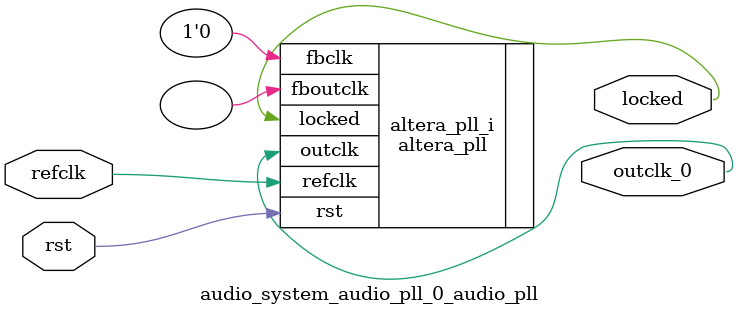
<source format=v>
`timescale 1ns/10ps
module  audio_system_audio_pll_0_audio_pll(

	// interface 'refclk'
	input wire refclk,

	// interface 'reset'
	input wire rst,

	// interface 'outclk0'
	output wire outclk_0,

	// interface 'locked'
	output wire locked
);

	altera_pll #(
		.fractional_vco_multiplier("false"),
		.reference_clock_frequency("50.0 MHz"),
		.operation_mode("direct"),
		.number_of_clocks(1),
		.output_clock_frequency0("12.288135 MHz"),
		.phase_shift0("0 ps"),
		.duty_cycle0(50),
		.output_clock_frequency1("0 MHz"),
		.phase_shift1("0 ps"),
		.duty_cycle1(50),
		.output_clock_frequency2("0 MHz"),
		.phase_shift2("0 ps"),
		.duty_cycle2(50),
		.output_clock_frequency3("0 MHz"),
		.phase_shift3("0 ps"),
		.duty_cycle3(50),
		.output_clock_frequency4("0 MHz"),
		.phase_shift4("0 ps"),
		.duty_cycle4(50),
		.output_clock_frequency5("0 MHz"),
		.phase_shift5("0 ps"),
		.duty_cycle5(50),
		.output_clock_frequency6("0 MHz"),
		.phase_shift6("0 ps"),
		.duty_cycle6(50),
		.output_clock_frequency7("0 MHz"),
		.phase_shift7("0 ps"),
		.duty_cycle7(50),
		.output_clock_frequency8("0 MHz"),
		.phase_shift8("0 ps"),
		.duty_cycle8(50),
		.output_clock_frequency9("0 MHz"),
		.phase_shift9("0 ps"),
		.duty_cycle9(50),
		.output_clock_frequency10("0 MHz"),
		.phase_shift10("0 ps"),
		.duty_cycle10(50),
		.output_clock_frequency11("0 MHz"),
		.phase_shift11("0 ps"),
		.duty_cycle11(50),
		.output_clock_frequency12("0 MHz"),
		.phase_shift12("0 ps"),
		.duty_cycle12(50),
		.output_clock_frequency13("0 MHz"),
		.phase_shift13("0 ps"),
		.duty_cycle13(50),
		.output_clock_frequency14("0 MHz"),
		.phase_shift14("0 ps"),
		.duty_cycle14(50),
		.output_clock_frequency15("0 MHz"),
		.phase_shift15("0 ps"),
		.duty_cycle15(50),
		.output_clock_frequency16("0 MHz"),
		.phase_shift16("0 ps"),
		.duty_cycle16(50),
		.output_clock_frequency17("0 MHz"),
		.phase_shift17("0 ps"),
		.duty_cycle17(50),
		.pll_type("General"),
		.pll_subtype("General")
	) altera_pll_i (
		.rst	(rst),
		.outclk	({outclk_0}),
		.locked	(locked),
		.fboutclk	( ),
		.fbclk	(1'b0),
		.refclk	(refclk)
	);
endmodule


</source>
